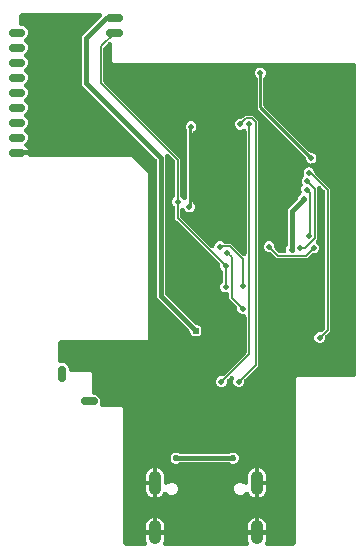
<source format=gbr>
G04 EAGLE Gerber RS-274X export*
G75*
%MOMM*%
%FSLAX34Y34*%
%LPD*%
%INBottom Copper*%
%IPPOS*%
%AMOC8*
5,1,8,0,0,1.08239X$1,22.5*%
G01*
%ADD10C,0.711200*%
%ADD11C,1.000000*%
%ADD12C,0.503200*%
%ADD13C,0.152400*%
%ADD14C,0.528600*%
%ADD15C,0.406400*%
%ADD16C,0.604800*%
%ADD17C,0.228600*%

G36*
X240321Y-10698D02*
X240321Y-10698D01*
X240334Y-10699D01*
X240521Y-10678D01*
X240708Y-10659D01*
X240721Y-10655D01*
X240734Y-10654D01*
X240913Y-10596D01*
X241093Y-10541D01*
X241105Y-10535D01*
X241117Y-10531D01*
X241281Y-10439D01*
X241447Y-10349D01*
X241457Y-10341D01*
X241469Y-10334D01*
X241612Y-10212D01*
X241756Y-10092D01*
X241764Y-10081D01*
X241775Y-10073D01*
X241891Y-9924D01*
X242008Y-9778D01*
X242015Y-9766D01*
X242023Y-9756D01*
X242108Y-9586D01*
X242194Y-9421D01*
X242198Y-9408D01*
X242204Y-9396D01*
X242253Y-9214D01*
X242305Y-9034D01*
X242306Y-9020D01*
X242310Y-9007D01*
X242323Y-8821D01*
X242338Y-8632D01*
X242337Y-8619D01*
X242338Y-8606D01*
X242313Y-8420D01*
X242291Y-8233D01*
X242287Y-8220D01*
X242285Y-8207D01*
X242184Y-7891D01*
X241649Y-6599D01*
X241359Y-5143D01*
X241359Y-1431D01*
X248900Y-1431D01*
X256441Y-1431D01*
X256441Y-5143D01*
X256151Y-6599D01*
X255616Y-7891D01*
X255612Y-7904D01*
X255606Y-7915D01*
X255554Y-8096D01*
X255500Y-8276D01*
X255498Y-8289D01*
X255495Y-8302D01*
X255479Y-8491D01*
X255462Y-8677D01*
X255463Y-8690D01*
X255462Y-8704D01*
X255484Y-8891D01*
X255503Y-9077D01*
X255507Y-9090D01*
X255509Y-9103D01*
X255567Y-9282D01*
X255623Y-9462D01*
X255629Y-9473D01*
X255634Y-9486D01*
X255726Y-9650D01*
X255816Y-9815D01*
X255825Y-9825D01*
X255831Y-9837D01*
X255954Y-9979D01*
X256075Y-10123D01*
X256086Y-10131D01*
X256095Y-10142D01*
X256243Y-10256D01*
X256390Y-10374D01*
X256402Y-10380D01*
X256413Y-10388D01*
X256581Y-10472D01*
X256748Y-10558D01*
X256761Y-10562D01*
X256773Y-10568D01*
X256955Y-10617D01*
X257136Y-10668D01*
X257149Y-10669D01*
X257162Y-10672D01*
X257493Y-10699D01*
X326707Y-10699D01*
X326721Y-10698D01*
X326734Y-10699D01*
X326921Y-10678D01*
X327108Y-10659D01*
X327121Y-10655D01*
X327134Y-10654D01*
X327313Y-10596D01*
X327493Y-10541D01*
X327505Y-10535D01*
X327517Y-10531D01*
X327681Y-10439D01*
X327847Y-10349D01*
X327857Y-10341D01*
X327869Y-10334D01*
X328012Y-10212D01*
X328156Y-10092D01*
X328164Y-10081D01*
X328175Y-10073D01*
X328291Y-9924D01*
X328408Y-9778D01*
X328415Y-9766D01*
X328423Y-9756D01*
X328508Y-9586D01*
X328594Y-9421D01*
X328598Y-9408D01*
X328604Y-9396D01*
X328653Y-9214D01*
X328705Y-9034D01*
X328706Y-9020D01*
X328710Y-9007D01*
X328723Y-8821D01*
X328738Y-8632D01*
X328737Y-8619D01*
X328738Y-8606D01*
X328713Y-8420D01*
X328691Y-8233D01*
X328687Y-8220D01*
X328685Y-8207D01*
X328584Y-7891D01*
X328049Y-6599D01*
X327759Y-5143D01*
X327759Y-1431D01*
X335300Y-1431D01*
X342841Y-1431D01*
X342841Y-5143D01*
X342551Y-6599D01*
X342016Y-7891D01*
X342012Y-7904D01*
X342006Y-7915D01*
X341954Y-8096D01*
X341900Y-8276D01*
X341898Y-8289D01*
X341895Y-8302D01*
X341879Y-8491D01*
X341862Y-8677D01*
X341863Y-8690D01*
X341862Y-8704D01*
X341884Y-8891D01*
X341903Y-9077D01*
X341907Y-9090D01*
X341909Y-9103D01*
X341967Y-9282D01*
X342023Y-9462D01*
X342029Y-9473D01*
X342034Y-9486D01*
X342126Y-9650D01*
X342216Y-9815D01*
X342225Y-9825D01*
X342231Y-9837D01*
X342354Y-9979D01*
X342475Y-10123D01*
X342486Y-10131D01*
X342495Y-10142D01*
X342643Y-10256D01*
X342790Y-10374D01*
X342802Y-10380D01*
X342813Y-10388D01*
X342981Y-10472D01*
X343148Y-10558D01*
X343161Y-10562D01*
X343173Y-10568D01*
X343355Y-10617D01*
X343536Y-10668D01*
X343549Y-10669D01*
X343562Y-10672D01*
X343893Y-10699D01*
X365968Y-10699D01*
X365986Y-10697D01*
X366004Y-10699D01*
X366186Y-10678D01*
X366369Y-10659D01*
X366386Y-10654D01*
X366403Y-10652D01*
X366578Y-10595D01*
X366754Y-10541D01*
X366769Y-10533D01*
X366786Y-10527D01*
X366946Y-10437D01*
X367108Y-10349D01*
X367121Y-10338D01*
X367137Y-10329D01*
X367276Y-10209D01*
X367417Y-10092D01*
X367428Y-10078D01*
X367442Y-10066D01*
X367554Y-9921D01*
X367669Y-9778D01*
X367677Y-9762D01*
X367688Y-9748D01*
X367770Y-9583D01*
X367855Y-9421D01*
X367860Y-9404D01*
X367868Y-9388D01*
X367915Y-9209D01*
X367966Y-9034D01*
X367968Y-9016D01*
X367972Y-8999D01*
X367999Y-8668D01*
X367999Y130829D01*
X369171Y132001D01*
X416758Y132001D01*
X416776Y132003D01*
X416794Y132001D01*
X416976Y132022D01*
X417159Y132041D01*
X417176Y132046D01*
X417193Y132048D01*
X417368Y132105D01*
X417544Y132159D01*
X417559Y132167D01*
X417576Y132173D01*
X417736Y132263D01*
X417898Y132351D01*
X417911Y132362D01*
X417927Y132371D01*
X418066Y132491D01*
X418207Y132608D01*
X418218Y132622D01*
X418232Y132634D01*
X418344Y132779D01*
X418459Y132922D01*
X418467Y132938D01*
X418478Y132952D01*
X418560Y133117D01*
X418645Y133279D01*
X418650Y133296D01*
X418658Y133312D01*
X418705Y133491D01*
X418756Y133666D01*
X418758Y133684D01*
X418762Y133701D01*
X418789Y134032D01*
X418789Y396222D01*
X418787Y396240D01*
X418789Y396258D01*
X418768Y396440D01*
X418749Y396623D01*
X418744Y396640D01*
X418742Y396657D01*
X418685Y396832D01*
X418631Y397008D01*
X418623Y397023D01*
X418617Y397040D01*
X418527Y397200D01*
X418439Y397362D01*
X418428Y397375D01*
X418419Y397391D01*
X418299Y397530D01*
X418182Y397671D01*
X418168Y397682D01*
X418156Y397696D01*
X418011Y397808D01*
X417868Y397923D01*
X417852Y397931D01*
X417838Y397942D01*
X417673Y398024D01*
X417511Y398109D01*
X417494Y398114D01*
X417478Y398122D01*
X417299Y398169D01*
X417124Y398220D01*
X417106Y398222D01*
X417089Y398226D01*
X416758Y398253D01*
X213743Y398253D01*
X212571Y399425D01*
X212571Y413727D01*
X212570Y413736D01*
X212571Y413744D01*
X212550Y413936D01*
X212531Y414127D01*
X212529Y414136D01*
X212528Y414145D01*
X212470Y414327D01*
X212413Y414512D01*
X212409Y414520D01*
X212406Y414529D01*
X212313Y414697D01*
X212221Y414866D01*
X212216Y414873D01*
X212211Y414881D01*
X212087Y415028D01*
X211964Y415176D01*
X211957Y415181D01*
X211951Y415188D01*
X211800Y415307D01*
X211650Y415428D01*
X211642Y415432D01*
X211635Y415438D01*
X211462Y415525D01*
X211293Y415613D01*
X211284Y415616D01*
X211276Y415620D01*
X211090Y415672D01*
X210906Y415725D01*
X210897Y415725D01*
X210888Y415728D01*
X210695Y415742D01*
X210504Y415758D01*
X210496Y415757D01*
X210487Y415757D01*
X210294Y415733D01*
X210105Y415711D01*
X210096Y415708D01*
X210087Y415707D01*
X209904Y415645D01*
X209722Y415586D01*
X209714Y415581D01*
X209706Y415579D01*
X209539Y415483D01*
X209371Y415388D01*
X209364Y415382D01*
X209357Y415378D01*
X209104Y415163D01*
X205828Y411887D01*
X205811Y411866D01*
X205790Y411849D01*
X205684Y411711D01*
X205573Y411575D01*
X205560Y411552D01*
X205544Y411531D01*
X205466Y411374D01*
X205384Y411220D01*
X205376Y411194D01*
X205364Y411170D01*
X205319Y411001D01*
X205269Y410834D01*
X205267Y410807D01*
X205260Y410781D01*
X205233Y410451D01*
X205233Y382683D01*
X205235Y382657D01*
X205233Y382630D01*
X205255Y382456D01*
X205273Y382283D01*
X205280Y382257D01*
X205284Y382231D01*
X205339Y382065D01*
X205391Y381898D01*
X205404Y381874D01*
X205412Y381849D01*
X205499Y381697D01*
X205583Y381544D01*
X205600Y381523D01*
X205613Y381500D01*
X205828Y381247D01*
X270003Y317072D01*
X270003Y285866D01*
X270005Y285840D01*
X270003Y285813D01*
X270025Y285639D01*
X270043Y285466D01*
X270050Y285440D01*
X270054Y285414D01*
X270109Y285248D01*
X270161Y285081D01*
X270174Y285057D01*
X270182Y285032D01*
X270269Y284880D01*
X270353Y284727D01*
X270368Y284708D01*
X270376Y284694D01*
X270378Y284692D01*
X270383Y284683D01*
X270598Y284430D01*
X271799Y283229D01*
X271808Y283206D01*
X271810Y283202D01*
X271812Y283198D01*
X271906Y283025D01*
X271999Y282851D01*
X272001Y282848D01*
X272004Y282844D01*
X272130Y282692D01*
X272255Y282541D01*
X272258Y282538D01*
X272261Y282535D01*
X272413Y282412D01*
X272568Y282287D01*
X272572Y282285D01*
X272575Y282282D01*
X272747Y282193D01*
X272924Y282100D01*
X272929Y282099D01*
X272932Y282097D01*
X273121Y282042D01*
X273310Y281987D01*
X273315Y281987D01*
X273319Y281985D01*
X273519Y281969D01*
X273712Y281952D01*
X273716Y281953D01*
X273721Y281952D01*
X273917Y281975D01*
X274112Y281997D01*
X274116Y281999D01*
X274120Y281999D01*
X274307Y282060D01*
X274495Y282121D01*
X274499Y282123D01*
X274503Y282124D01*
X274674Y282220D01*
X274846Y282317D01*
X274850Y282320D01*
X274854Y282322D01*
X275003Y282451D01*
X275152Y282579D01*
X275155Y282582D01*
X275159Y282585D01*
X275281Y282743D01*
X275401Y282896D01*
X275403Y282900D01*
X275405Y282903D01*
X275493Y283081D01*
X275581Y283256D01*
X275583Y283260D01*
X275585Y283264D01*
X275637Y283459D01*
X275688Y283644D01*
X275688Y283648D01*
X275689Y283653D01*
X275716Y283983D01*
X275716Y340856D01*
X275713Y340887D01*
X275715Y340919D01*
X275693Y341088D01*
X275676Y341257D01*
X275667Y341287D01*
X275663Y341318D01*
X275562Y341634D01*
X274883Y343272D01*
X274883Y345068D01*
X275571Y346729D01*
X276841Y347999D01*
X278502Y348687D01*
X280298Y348687D01*
X281959Y347999D01*
X283229Y346729D01*
X283917Y345068D01*
X283917Y343272D01*
X283229Y341611D01*
X281959Y340341D01*
X281798Y340274D01*
X281778Y340264D01*
X281757Y340257D01*
X281601Y340169D01*
X281443Y340084D01*
X281426Y340070D01*
X281406Y340059D01*
X281271Y339942D01*
X281132Y339828D01*
X281118Y339810D01*
X281101Y339796D01*
X280992Y339654D01*
X280879Y339515D01*
X280868Y339495D01*
X280855Y339478D01*
X280775Y339317D01*
X280692Y339159D01*
X280685Y339137D01*
X280675Y339117D01*
X280629Y338943D01*
X280579Y338772D01*
X280577Y338750D01*
X280571Y338728D01*
X280544Y338398D01*
X280544Y280757D01*
X280546Y280731D01*
X280544Y280704D01*
X280566Y280530D01*
X280584Y280357D01*
X280591Y280331D01*
X280595Y280305D01*
X280650Y280139D01*
X280702Y279972D01*
X280715Y279948D01*
X280723Y279923D01*
X280810Y279771D01*
X280894Y279618D01*
X280911Y279597D01*
X280924Y279574D01*
X281139Y279321D01*
X281879Y278581D01*
X282567Y276920D01*
X282567Y275124D01*
X281879Y273463D01*
X280609Y272193D01*
X278948Y271505D01*
X277152Y271505D01*
X275491Y272193D01*
X274221Y273463D01*
X273911Y274213D01*
X273909Y274217D01*
X273907Y274221D01*
X273814Y274394D01*
X273720Y274567D01*
X273718Y274571D01*
X273715Y274575D01*
X273590Y274725D01*
X273464Y274878D01*
X273461Y274881D01*
X273458Y274884D01*
X273307Y275006D01*
X273151Y275132D01*
X273147Y275134D01*
X273144Y275136D01*
X272972Y275226D01*
X272795Y275319D01*
X272791Y275320D01*
X272787Y275322D01*
X272599Y275376D01*
X272408Y275432D01*
X272404Y275432D01*
X272400Y275433D01*
X272202Y275450D01*
X272007Y275466D01*
X272003Y275466D01*
X271998Y275466D01*
X271803Y275443D01*
X271607Y275421D01*
X271603Y275420D01*
X271599Y275419D01*
X271411Y275358D01*
X271224Y275298D01*
X271220Y275296D01*
X271216Y275294D01*
X271043Y275197D01*
X270872Y275102D01*
X270869Y275099D01*
X270865Y275097D01*
X270717Y274968D01*
X270567Y274840D01*
X270564Y274836D01*
X270560Y274833D01*
X270440Y274679D01*
X270318Y274523D01*
X270316Y274519D01*
X270314Y274515D01*
X270226Y274339D01*
X270138Y274163D01*
X270136Y274159D01*
X270134Y274155D01*
X270083Y273964D01*
X270031Y273775D01*
X270031Y273770D01*
X270030Y273766D01*
X270003Y273435D01*
X270003Y268383D01*
X270005Y268357D01*
X270003Y268330D01*
X270025Y268156D01*
X270043Y267983D01*
X270050Y267957D01*
X270054Y267931D01*
X270109Y267765D01*
X270161Y267598D01*
X270174Y267574D01*
X270182Y267549D01*
X270269Y267397D01*
X270353Y267244D01*
X270370Y267223D01*
X270383Y267200D01*
X270598Y266947D01*
X295804Y241741D01*
X295811Y241735D01*
X295816Y241728D01*
X295966Y241608D01*
X296115Y241486D01*
X296123Y241482D01*
X296130Y241476D01*
X296301Y241387D01*
X296471Y241297D01*
X296479Y241295D01*
X296487Y241291D01*
X296673Y241237D01*
X296857Y241183D01*
X296866Y241182D01*
X296874Y241179D01*
X297066Y241164D01*
X297258Y241146D01*
X297267Y241147D01*
X297276Y241146D01*
X297465Y241169D01*
X297658Y241190D01*
X297667Y241192D01*
X297675Y241193D01*
X297857Y241253D01*
X298042Y241311D01*
X298050Y241315D01*
X298058Y241318D01*
X298227Y241413D01*
X298394Y241506D01*
X298401Y241512D01*
X298409Y241516D01*
X298555Y241642D01*
X298701Y241766D01*
X298707Y241773D01*
X298714Y241779D01*
X298831Y241931D01*
X298951Y242082D01*
X298955Y242090D01*
X298960Y242097D01*
X299046Y242269D01*
X299133Y242441D01*
X299136Y242450D01*
X299140Y242458D01*
X299190Y242644D01*
X299241Y242829D01*
X299242Y242838D01*
X299244Y242847D01*
X299271Y243177D01*
X299271Y243468D01*
X299959Y245129D01*
X301229Y246399D01*
X302890Y247087D01*
X304686Y247087D01*
X306347Y246399D01*
X307350Y245396D01*
X307371Y245379D01*
X307388Y245358D01*
X307526Y245251D01*
X307661Y245141D01*
X307685Y245128D01*
X307706Y245112D01*
X307863Y245034D01*
X308017Y244952D01*
X308043Y244944D01*
X308067Y244932D01*
X308236Y244887D01*
X308403Y244837D01*
X308430Y244835D01*
X308456Y244828D01*
X308786Y244801D01*
X312908Y244801D01*
X314694Y243015D01*
X322907Y234802D01*
X322914Y234797D01*
X322919Y234790D01*
X323069Y234669D01*
X323218Y234547D01*
X323226Y234543D01*
X323233Y234537D01*
X323403Y234449D01*
X323574Y234359D01*
X323583Y234356D01*
X323590Y234352D01*
X323775Y234299D01*
X323960Y234244D01*
X323969Y234243D01*
X323977Y234240D01*
X324169Y234225D01*
X324361Y234207D01*
X324370Y234208D01*
X324379Y234208D01*
X324568Y234230D01*
X324761Y234251D01*
X324770Y234253D01*
X324778Y234255D01*
X324960Y234314D01*
X325145Y234372D01*
X325153Y234377D01*
X325161Y234379D01*
X325330Y234474D01*
X325497Y234567D01*
X325504Y234573D01*
X325512Y234577D01*
X325658Y234703D01*
X325804Y234828D01*
X325810Y234835D01*
X325817Y234840D01*
X325934Y234992D01*
X326054Y235144D01*
X326058Y235152D01*
X326063Y235159D01*
X326149Y235331D01*
X326236Y235502D01*
X326239Y235511D01*
X326243Y235519D01*
X326293Y235706D01*
X326344Y235890D01*
X326345Y235899D01*
X326347Y235908D01*
X326374Y236239D01*
X326374Y340463D01*
X326373Y340477D01*
X326374Y340490D01*
X326353Y340676D01*
X326334Y340864D01*
X326330Y340877D01*
X326329Y340890D01*
X326271Y341069D01*
X326216Y341249D01*
X326210Y341261D01*
X326206Y341274D01*
X326114Y341438D01*
X326024Y341603D01*
X326016Y341613D01*
X326009Y341625D01*
X325887Y341768D01*
X325767Y341912D01*
X325756Y341921D01*
X325748Y341931D01*
X325599Y342047D01*
X325453Y342165D01*
X325441Y342171D01*
X325431Y342179D01*
X325262Y342264D01*
X325096Y342350D01*
X325083Y342354D01*
X325071Y342360D01*
X324890Y342409D01*
X324709Y342462D01*
X324695Y342463D01*
X324682Y342466D01*
X324494Y342479D01*
X324307Y342494D01*
X324294Y342493D01*
X324281Y342494D01*
X324093Y342469D01*
X323908Y342447D01*
X323895Y342443D01*
X323882Y342442D01*
X323566Y342340D01*
X321813Y341614D01*
X320017Y341614D01*
X318356Y342302D01*
X317086Y343572D01*
X316398Y345233D01*
X316398Y347029D01*
X317086Y348690D01*
X318356Y349960D01*
X320017Y350648D01*
X321771Y350648D01*
X321798Y350650D01*
X321824Y350648D01*
X321998Y350670D01*
X322172Y350688D01*
X322197Y350695D01*
X322224Y350699D01*
X322390Y350754D01*
X322557Y350806D01*
X322580Y350819D01*
X322606Y350827D01*
X322757Y350914D01*
X322911Y350998D01*
X322931Y351015D01*
X322954Y351028D01*
X323207Y351243D01*
X325379Y353414D01*
X331435Y353414D01*
X336043Y348806D01*
X336043Y141778D01*
X324772Y130507D01*
X324755Y130486D01*
X324734Y130469D01*
X324627Y130331D01*
X324517Y130195D01*
X324504Y130172D01*
X324488Y130151D01*
X324410Y129994D01*
X324328Y129840D01*
X324320Y129814D01*
X324308Y129790D01*
X324263Y129621D01*
X324213Y129454D01*
X324211Y129427D01*
X324204Y129401D01*
X324177Y129071D01*
X324177Y127372D01*
X323489Y125711D01*
X322219Y124441D01*
X320558Y123753D01*
X318762Y123753D01*
X317101Y124441D01*
X315831Y125711D01*
X315143Y127372D01*
X315143Y129168D01*
X315612Y130301D01*
X315614Y130305D01*
X315616Y130309D01*
X315672Y130498D01*
X315729Y130687D01*
X315729Y130691D01*
X315731Y130695D01*
X315749Y130893D01*
X315767Y131087D01*
X315767Y131092D01*
X315767Y131096D01*
X315746Y131292D01*
X315725Y131488D01*
X315724Y131492D01*
X315724Y131497D01*
X315665Y131681D01*
X315606Y131872D01*
X315603Y131876D01*
X315602Y131880D01*
X315509Y132048D01*
X315412Y132225D01*
X315409Y132229D01*
X315407Y132233D01*
X315281Y132382D01*
X315153Y132534D01*
X315150Y132536D01*
X315147Y132540D01*
X314993Y132662D01*
X314838Y132785D01*
X314834Y132787D01*
X314831Y132789D01*
X314657Y132878D01*
X314480Y132968D01*
X314476Y132970D01*
X314472Y132972D01*
X314281Y133025D01*
X314093Y133078D01*
X314088Y133079D01*
X314084Y133080D01*
X313883Y133094D01*
X313691Y133109D01*
X313687Y133109D01*
X313683Y133109D01*
X313484Y133084D01*
X313292Y133061D01*
X313288Y133059D01*
X313283Y133059D01*
X313098Y132997D01*
X312910Y132934D01*
X312906Y132932D01*
X312901Y132930D01*
X312734Y132834D01*
X312560Y132735D01*
X312556Y132732D01*
X312553Y132730D01*
X312300Y132515D01*
X310292Y130507D01*
X310275Y130486D01*
X310254Y130469D01*
X310148Y130331D01*
X310037Y130195D01*
X310024Y130172D01*
X310008Y130151D01*
X309930Y129994D01*
X309848Y129840D01*
X309840Y129814D01*
X309828Y129790D01*
X309783Y129621D01*
X309733Y129454D01*
X309731Y129427D01*
X309724Y129401D01*
X309697Y129071D01*
X309697Y127372D01*
X309009Y125711D01*
X307739Y124441D01*
X306078Y123753D01*
X304282Y123753D01*
X302621Y124441D01*
X301351Y125711D01*
X300663Y127372D01*
X300663Y129168D01*
X301351Y130829D01*
X302621Y132099D01*
X304282Y132787D01*
X305981Y132787D01*
X306007Y132789D01*
X306034Y132787D01*
X306208Y132809D01*
X306381Y132827D01*
X306407Y132834D01*
X306433Y132838D01*
X306599Y132893D01*
X306766Y132945D01*
X306790Y132958D01*
X306815Y132966D01*
X306967Y133053D01*
X307120Y133137D01*
X307141Y133154D01*
X307164Y133167D01*
X307417Y133382D01*
X325779Y151744D01*
X325796Y151765D01*
X325817Y151782D01*
X325924Y151920D01*
X326034Y152056D01*
X326047Y152079D01*
X326063Y152100D01*
X326141Y152257D01*
X326223Y152411D01*
X326231Y152437D01*
X326243Y152461D01*
X326288Y152630D01*
X326338Y152797D01*
X326340Y152824D01*
X326347Y152850D01*
X326374Y153180D01*
X326374Y183174D01*
X326372Y183192D01*
X326374Y183210D01*
X326353Y183392D01*
X326334Y183575D01*
X326329Y183592D01*
X326327Y183609D01*
X326270Y183784D01*
X326216Y183960D01*
X326208Y183975D01*
X326202Y183992D01*
X326112Y184152D01*
X326024Y184314D01*
X326013Y184327D01*
X326004Y184343D01*
X325884Y184482D01*
X325767Y184623D01*
X325753Y184634D01*
X325741Y184648D01*
X325596Y184760D01*
X325453Y184875D01*
X325437Y184883D01*
X325423Y184894D01*
X325258Y184976D01*
X325096Y185061D01*
X325079Y185066D01*
X325063Y185074D01*
X324884Y185121D01*
X324709Y185172D01*
X324691Y185174D01*
X324674Y185178D01*
X324343Y185205D01*
X322231Y185205D01*
X320570Y185893D01*
X319300Y187163D01*
X318612Y188824D01*
X318612Y190523D01*
X318610Y190549D01*
X318612Y190576D01*
X318590Y190750D01*
X318572Y190923D01*
X318565Y190949D01*
X318561Y190975D01*
X318506Y191141D01*
X318454Y191308D01*
X318441Y191332D01*
X318433Y191357D01*
X318346Y191509D01*
X318262Y191662D01*
X318245Y191683D01*
X318232Y191706D01*
X318017Y191959D01*
X311855Y198121D01*
X311855Y201732D01*
X311853Y201750D01*
X311855Y201768D01*
X311834Y201950D01*
X311815Y202133D01*
X311810Y202150D01*
X311808Y202167D01*
X311751Y202342D01*
X311697Y202518D01*
X311689Y202533D01*
X311683Y202550D01*
X311593Y202710D01*
X311505Y202872D01*
X311494Y202885D01*
X311485Y202901D01*
X311365Y203040D01*
X311248Y203181D01*
X311234Y203192D01*
X311222Y203206D01*
X311077Y203318D01*
X310934Y203433D01*
X310918Y203441D01*
X310904Y203452D01*
X310739Y203534D01*
X310577Y203619D01*
X310560Y203624D01*
X310544Y203632D01*
X310365Y203679D01*
X310190Y203730D01*
X310172Y203732D01*
X310155Y203736D01*
X309824Y203763D01*
X307712Y203763D01*
X306051Y204451D01*
X304781Y205721D01*
X304093Y207382D01*
X304093Y209178D01*
X304781Y210839D01*
X305982Y212040D01*
X305999Y212061D01*
X306020Y212078D01*
X306127Y212216D01*
X306237Y212351D01*
X306250Y212375D01*
X306266Y212396D01*
X306344Y212553D01*
X306426Y212707D01*
X306434Y212733D01*
X306446Y212757D01*
X306491Y212926D01*
X306541Y213093D01*
X306543Y213120D01*
X306550Y213146D01*
X306577Y213476D01*
X306577Y220864D01*
X306576Y220881D01*
X306577Y220899D01*
X306576Y220908D01*
X306577Y220917D01*
X306555Y221091D01*
X306537Y221264D01*
X306532Y221282D01*
X306530Y221299D01*
X306527Y221307D01*
X306526Y221316D01*
X306471Y221482D01*
X306419Y221649D01*
X306410Y221666D01*
X306405Y221681D01*
X306401Y221689D01*
X306398Y221698D01*
X306311Y221850D01*
X306227Y222003D01*
X306215Y222018D01*
X306207Y222032D01*
X306202Y222038D01*
X306197Y222047D01*
X305982Y222300D01*
X304781Y223501D01*
X304093Y225162D01*
X304093Y226861D01*
X304091Y226887D01*
X304093Y226914D01*
X304071Y227088D01*
X304053Y227261D01*
X304046Y227287D01*
X304042Y227313D01*
X303987Y227479D01*
X303935Y227646D01*
X303922Y227670D01*
X303914Y227695D01*
X303827Y227847D01*
X303743Y228000D01*
X303726Y228021D01*
X303713Y228044D01*
X303498Y228297D01*
X267723Y264072D01*
X265937Y265858D01*
X265937Y275474D01*
X265935Y275500D01*
X265937Y275527D01*
X265915Y275701D01*
X265897Y275874D01*
X265890Y275900D01*
X265886Y275926D01*
X265831Y276092D01*
X265779Y276259D01*
X265766Y276283D01*
X265758Y276308D01*
X265671Y276460D01*
X265587Y276613D01*
X265570Y276634D01*
X265557Y276657D01*
X265342Y276910D01*
X264141Y278111D01*
X263453Y279772D01*
X263453Y281568D01*
X264141Y283229D01*
X265342Y284430D01*
X265347Y284435D01*
X265352Y284440D01*
X265364Y284455D01*
X265380Y284468D01*
X265487Y284606D01*
X265597Y284741D01*
X265603Y284751D01*
X265604Y284753D01*
X265611Y284767D01*
X265626Y284786D01*
X265704Y284943D01*
X265786Y285097D01*
X265794Y285123D01*
X265806Y285147D01*
X265851Y285316D01*
X265901Y285483D01*
X265903Y285510D01*
X265910Y285536D01*
X265937Y285866D01*
X265937Y314547D01*
X265935Y314573D01*
X265937Y314600D01*
X265915Y314774D01*
X265897Y314947D01*
X265890Y314973D01*
X265886Y314999D01*
X265831Y315165D01*
X265779Y315332D01*
X265766Y315356D01*
X265758Y315381D01*
X265671Y315532D01*
X265587Y315686D01*
X265570Y315707D01*
X265557Y315730D01*
X265342Y315983D01*
X260770Y320555D01*
X260763Y320561D01*
X260758Y320568D01*
X260608Y320688D01*
X260459Y320810D01*
X260451Y320814D01*
X260444Y320820D01*
X260274Y320908D01*
X260103Y320999D01*
X260094Y321001D01*
X260087Y321005D01*
X259902Y321059D01*
X259717Y321113D01*
X259708Y321114D01*
X259700Y321117D01*
X259508Y321132D01*
X259316Y321150D01*
X259307Y321149D01*
X259298Y321150D01*
X259109Y321127D01*
X258916Y321106D01*
X258907Y321104D01*
X258899Y321103D01*
X258717Y321043D01*
X258532Y320985D01*
X258524Y320981D01*
X258516Y320978D01*
X258347Y320883D01*
X258180Y320790D01*
X258173Y320784D01*
X258165Y320780D01*
X258019Y320654D01*
X257873Y320530D01*
X257867Y320523D01*
X257860Y320517D01*
X257743Y320365D01*
X257623Y320214D01*
X257619Y320206D01*
X257614Y320199D01*
X257528Y320027D01*
X257441Y319855D01*
X257438Y319846D01*
X257434Y319838D01*
X257384Y319652D01*
X257333Y319467D01*
X257332Y319458D01*
X257330Y319449D01*
X257303Y319119D01*
X257303Y202869D01*
X257305Y202843D01*
X257303Y202816D01*
X257325Y202642D01*
X257343Y202469D01*
X257350Y202443D01*
X257354Y202417D01*
X257409Y202251D01*
X257461Y202084D01*
X257474Y202060D01*
X257482Y202035D01*
X257569Y201883D01*
X257653Y201730D01*
X257670Y201709D01*
X257683Y201686D01*
X257898Y201433D01*
X282261Y177070D01*
X282282Y177053D01*
X282299Y177032D01*
X282437Y176925D01*
X282573Y176815D01*
X282596Y176802D01*
X282617Y176786D01*
X282774Y176708D01*
X282928Y176626D01*
X282954Y176618D01*
X282978Y176606D01*
X283147Y176561D01*
X283314Y176511D01*
X283341Y176509D01*
X283367Y176502D01*
X283697Y176475D01*
X284209Y176475D01*
X286056Y175710D01*
X287470Y174296D01*
X288235Y172449D01*
X288235Y170451D01*
X287470Y168604D01*
X286056Y167190D01*
X284209Y166425D01*
X282211Y166425D01*
X280364Y167190D01*
X278950Y168604D01*
X278185Y170451D01*
X278185Y170963D01*
X278183Y170989D01*
X278185Y171016D01*
X278163Y171190D01*
X278145Y171363D01*
X278138Y171389D01*
X278134Y171415D01*
X278079Y171581D01*
X278027Y171748D01*
X278014Y171772D01*
X278006Y171797D01*
X277919Y171949D01*
X277835Y172102D01*
X277818Y172123D01*
X277805Y172146D01*
X277590Y172399D01*
X250697Y199292D01*
X250697Y315291D01*
X250695Y315317D01*
X250697Y315344D01*
X250675Y315518D01*
X250657Y315691D01*
X250650Y315717D01*
X250646Y315743D01*
X250591Y315909D01*
X250539Y316076D01*
X250526Y316100D01*
X250518Y316125D01*
X250431Y316277D01*
X250347Y316430D01*
X250330Y316451D01*
X250317Y316474D01*
X250102Y316727D01*
X187197Y379632D01*
X187197Y420468D01*
X203481Y436752D01*
X203487Y436759D01*
X203493Y436764D01*
X203614Y436914D01*
X203736Y437063D01*
X203740Y437071D01*
X203746Y437078D01*
X203834Y437248D01*
X203925Y437419D01*
X203927Y437428D01*
X203931Y437435D01*
X203984Y437620D01*
X204039Y437805D01*
X204040Y437814D01*
X204043Y437822D01*
X204058Y438014D01*
X204076Y438206D01*
X204075Y438215D01*
X204076Y438224D01*
X204053Y438413D01*
X204032Y438606D01*
X204030Y438615D01*
X204029Y438623D01*
X203969Y438805D01*
X203911Y438990D01*
X203907Y438998D01*
X203904Y439006D01*
X203809Y439175D01*
X203716Y439342D01*
X203710Y439349D01*
X203706Y439357D01*
X203580Y439503D01*
X203456Y439649D01*
X203449Y439655D01*
X203443Y439662D01*
X203291Y439779D01*
X203140Y439899D01*
X203132Y439903D01*
X203125Y439908D01*
X202953Y439994D01*
X202781Y440081D01*
X202772Y440084D01*
X202764Y440088D01*
X202578Y440138D01*
X202393Y440189D01*
X202384Y440190D01*
X202375Y440192D01*
X202045Y440219D01*
X136064Y440219D01*
X136046Y440217D01*
X136028Y440219D01*
X135846Y440198D01*
X135663Y440179D01*
X135646Y440174D01*
X135629Y440172D01*
X135454Y440115D01*
X135278Y440061D01*
X135263Y440053D01*
X135246Y440047D01*
X135086Y439957D01*
X134924Y439869D01*
X134911Y439858D01*
X134895Y439849D01*
X134756Y439729D01*
X134615Y439612D01*
X134604Y439598D01*
X134590Y439586D01*
X134478Y439441D01*
X134363Y439298D01*
X134355Y439282D01*
X134344Y439268D01*
X134262Y439103D01*
X134177Y438941D01*
X134172Y438924D01*
X134164Y438908D01*
X134117Y438729D01*
X134066Y438554D01*
X134064Y438536D01*
X134060Y438519D01*
X134033Y438188D01*
X134033Y431188D01*
X134035Y431170D01*
X134033Y431152D01*
X134054Y430970D01*
X134073Y430787D01*
X134078Y430770D01*
X134080Y430753D01*
X134137Y430578D01*
X134191Y430402D01*
X134199Y430387D01*
X134205Y430370D01*
X134295Y430210D01*
X134383Y430048D01*
X134394Y430035D01*
X134403Y430019D01*
X134523Y429880D01*
X134640Y429739D01*
X134654Y429728D01*
X134666Y429714D01*
X134811Y429602D01*
X134954Y429487D01*
X134970Y429479D01*
X134984Y429468D01*
X135149Y429386D01*
X135311Y429301D01*
X135328Y429296D01*
X135344Y429288D01*
X135523Y429241D01*
X135698Y429190D01*
X135716Y429188D01*
X135733Y429184D01*
X136064Y429157D01*
X136777Y429157D01*
X138820Y428311D01*
X140383Y426748D01*
X141229Y424705D01*
X141229Y422495D01*
X140383Y420452D01*
X138617Y418686D01*
X138605Y418673D01*
X138592Y418661D01*
X138478Y418517D01*
X138362Y418375D01*
X138353Y418359D01*
X138342Y418345D01*
X138259Y418181D01*
X138173Y418019D01*
X138168Y418002D01*
X138160Y417986D01*
X138111Y417809D01*
X138058Y417633D01*
X138057Y417615D01*
X138052Y417598D01*
X138038Y417415D01*
X138022Y417232D01*
X138024Y417214D01*
X138022Y417197D01*
X138045Y417015D01*
X138065Y416832D01*
X138071Y416815D01*
X138073Y416797D01*
X138131Y416624D01*
X138187Y416448D01*
X138195Y416432D01*
X138201Y416416D01*
X138293Y416257D01*
X138382Y416096D01*
X138393Y416082D01*
X138402Y416067D01*
X138617Y415814D01*
X140383Y414048D01*
X141229Y412005D01*
X141229Y409795D01*
X140383Y407752D01*
X138617Y405986D01*
X138605Y405973D01*
X138592Y405961D01*
X138478Y405817D01*
X138362Y405675D01*
X138353Y405659D01*
X138342Y405645D01*
X138259Y405481D01*
X138173Y405319D01*
X138168Y405302D01*
X138160Y405286D01*
X138111Y405109D01*
X138058Y404933D01*
X138057Y404915D01*
X138052Y404898D01*
X138038Y404715D01*
X138022Y404532D01*
X138024Y404514D01*
X138022Y404497D01*
X138045Y404315D01*
X138065Y404132D01*
X138071Y404115D01*
X138073Y404097D01*
X138131Y403924D01*
X138187Y403748D01*
X138195Y403732D01*
X138201Y403716D01*
X138293Y403557D01*
X138382Y403396D01*
X138393Y403382D01*
X138402Y403367D01*
X138617Y403114D01*
X140383Y401348D01*
X141229Y399305D01*
X141229Y397095D01*
X140383Y395052D01*
X138617Y393286D01*
X138605Y393273D01*
X138592Y393261D01*
X138478Y393117D01*
X138362Y392975D01*
X138353Y392959D01*
X138342Y392945D01*
X138259Y392781D01*
X138173Y392619D01*
X138168Y392602D01*
X138160Y392586D01*
X138111Y392409D01*
X138058Y392233D01*
X138057Y392215D01*
X138052Y392198D01*
X138038Y392015D01*
X138022Y391832D01*
X138024Y391814D01*
X138022Y391797D01*
X138045Y391615D01*
X138065Y391432D01*
X138071Y391415D01*
X138073Y391397D01*
X138131Y391224D01*
X138187Y391048D01*
X138195Y391032D01*
X138201Y391016D01*
X138293Y390857D01*
X138382Y390696D01*
X138393Y390682D01*
X138402Y390667D01*
X138617Y390414D01*
X140383Y388648D01*
X141229Y386605D01*
X141229Y384395D01*
X140383Y382352D01*
X138617Y380586D01*
X138605Y380573D01*
X138592Y380561D01*
X138478Y380417D01*
X138362Y380275D01*
X138353Y380259D01*
X138342Y380245D01*
X138259Y380081D01*
X138173Y379919D01*
X138168Y379902D01*
X138160Y379886D01*
X138111Y379709D01*
X138058Y379533D01*
X138057Y379515D01*
X138052Y379498D01*
X138038Y379315D01*
X138022Y379132D01*
X138024Y379114D01*
X138022Y379097D01*
X138045Y378915D01*
X138065Y378732D01*
X138071Y378715D01*
X138073Y378697D01*
X138131Y378524D01*
X138187Y378348D01*
X138195Y378332D01*
X138201Y378316D01*
X138293Y378157D01*
X138382Y377996D01*
X138393Y377982D01*
X138402Y377967D01*
X138617Y377714D01*
X140383Y375948D01*
X141229Y373905D01*
X141229Y371695D01*
X140383Y369652D01*
X138617Y367886D01*
X138605Y367873D01*
X138592Y367861D01*
X138478Y367717D01*
X138362Y367575D01*
X138353Y367559D01*
X138342Y367545D01*
X138259Y367381D01*
X138173Y367219D01*
X138168Y367202D01*
X138160Y367186D01*
X138111Y367009D01*
X138058Y366833D01*
X138057Y366815D01*
X138052Y366798D01*
X138038Y366615D01*
X138022Y366432D01*
X138024Y366414D01*
X138022Y366397D01*
X138045Y366215D01*
X138065Y366032D01*
X138071Y366015D01*
X138073Y365997D01*
X138131Y365824D01*
X138187Y365648D01*
X138195Y365632D01*
X138201Y365616D01*
X138293Y365457D01*
X138382Y365296D01*
X138393Y365282D01*
X138402Y365267D01*
X138617Y365014D01*
X140383Y363248D01*
X141229Y361205D01*
X141229Y358995D01*
X140383Y356952D01*
X138617Y355186D01*
X138605Y355173D01*
X138592Y355161D01*
X138478Y355017D01*
X138362Y354875D01*
X138353Y354859D01*
X138342Y354845D01*
X138259Y354681D01*
X138173Y354519D01*
X138168Y354502D01*
X138160Y354486D01*
X138111Y354309D01*
X138058Y354133D01*
X138057Y354115D01*
X138052Y354098D01*
X138038Y353915D01*
X138022Y353732D01*
X138024Y353714D01*
X138022Y353697D01*
X138045Y353515D01*
X138065Y353332D01*
X138071Y353315D01*
X138073Y353297D01*
X138131Y353124D01*
X138187Y352948D01*
X138195Y352932D01*
X138201Y352916D01*
X138293Y352757D01*
X138382Y352596D01*
X138393Y352582D01*
X138402Y352567D01*
X138617Y352314D01*
X140383Y350548D01*
X141229Y348505D01*
X141229Y346295D01*
X140383Y344252D01*
X138617Y342486D01*
X138605Y342473D01*
X138592Y342461D01*
X138478Y342317D01*
X138362Y342175D01*
X138353Y342159D01*
X138342Y342145D01*
X138259Y341981D01*
X138173Y341819D01*
X138168Y341802D01*
X138160Y341786D01*
X138111Y341609D01*
X138058Y341433D01*
X138057Y341415D01*
X138052Y341398D01*
X138038Y341215D01*
X138022Y341032D01*
X138024Y341014D01*
X138022Y340997D01*
X138045Y340815D01*
X138065Y340632D01*
X138071Y340615D01*
X138073Y340597D01*
X138131Y340424D01*
X138187Y340248D01*
X138195Y340232D01*
X138201Y340216D01*
X138293Y340057D01*
X138382Y339896D01*
X138393Y339882D01*
X138402Y339867D01*
X138617Y339614D01*
X140383Y337848D01*
X141229Y335805D01*
X141229Y333595D01*
X140383Y331552D01*
X138915Y330085D01*
X138905Y330073D01*
X138893Y330063D01*
X138778Y329917D01*
X138660Y329773D01*
X138653Y329760D01*
X138643Y329747D01*
X138558Y329581D01*
X138472Y329418D01*
X138467Y329403D01*
X138460Y329389D01*
X138410Y329210D01*
X138357Y329032D01*
X138355Y329016D01*
X138351Y329001D01*
X138337Y328817D01*
X138320Y328631D01*
X138322Y328615D01*
X138321Y328600D01*
X138344Y328416D01*
X138364Y328231D01*
X138369Y328216D01*
X138371Y328200D01*
X138429Y328025D01*
X138485Y327847D01*
X138493Y327833D01*
X138498Y327818D01*
X138590Y327657D01*
X138680Y327494D01*
X138690Y327482D01*
X138698Y327469D01*
X138821Y327329D01*
X138941Y327187D01*
X138953Y327178D01*
X138963Y327166D01*
X139223Y326960D01*
X139558Y326736D01*
X140408Y325886D01*
X141075Y324888D01*
X141430Y324031D01*
X136064Y324031D01*
X136046Y324030D01*
X136028Y324031D01*
X135846Y324010D01*
X135663Y323991D01*
X135646Y323986D01*
X135629Y323984D01*
X135454Y323927D01*
X135278Y323873D01*
X135263Y323865D01*
X135246Y323859D01*
X135086Y323769D01*
X134924Y323682D01*
X134911Y323670D01*
X134895Y323661D01*
X134756Y323541D01*
X134615Y323424D01*
X134604Y323410D01*
X134590Y323398D01*
X134478Y323253D01*
X134363Y323110D01*
X134355Y323094D01*
X134344Y323080D01*
X134262Y322915D01*
X134177Y322753D01*
X134172Y322736D01*
X134164Y322720D01*
X134117Y322542D01*
X134066Y322366D01*
X134064Y322348D01*
X134060Y322331D01*
X134033Y322000D01*
X134034Y321982D01*
X134033Y321965D01*
X134033Y321964D01*
X134054Y321782D01*
X134073Y321599D01*
X134078Y321582D01*
X134080Y321564D01*
X134137Y321390D01*
X134191Y321214D01*
X134199Y321199D01*
X134205Y321182D01*
X134295Y321021D01*
X134383Y320860D01*
X134394Y320847D01*
X134403Y320831D01*
X134523Y320692D01*
X134640Y320551D01*
X134654Y320540D01*
X134666Y320526D01*
X134811Y320414D01*
X134954Y320299D01*
X134970Y320290D01*
X134984Y320280D01*
X135149Y320198D01*
X135311Y320113D01*
X135328Y320108D01*
X135344Y320100D01*
X135523Y320052D01*
X135698Y320002D01*
X135716Y320000D01*
X135733Y319996D01*
X136064Y319969D01*
X141612Y319969D01*
X141623Y319857D01*
X141628Y319842D01*
X141629Y319827D01*
X141687Y319649D01*
X141742Y319472D01*
X141749Y319459D01*
X141754Y319444D01*
X141846Y319281D01*
X141935Y319119D01*
X141945Y319107D01*
X141952Y319093D01*
X142074Y318952D01*
X142193Y318810D01*
X142205Y318800D01*
X142215Y318788D01*
X142363Y318674D01*
X142507Y318558D01*
X142521Y318551D01*
X142533Y318542D01*
X142700Y318459D01*
X142865Y318374D01*
X142880Y318369D01*
X142894Y318362D01*
X143074Y318314D01*
X143252Y318263D01*
X143268Y318262D01*
X143283Y318258D01*
X143614Y318231D01*
X229429Y318231D01*
X243301Y304359D01*
X243301Y164251D01*
X242129Y163079D01*
X168952Y163079D01*
X168934Y163077D01*
X168916Y163079D01*
X168734Y163058D01*
X168551Y163039D01*
X168534Y163034D01*
X168517Y163032D01*
X168342Y162975D01*
X168166Y162921D01*
X168151Y162913D01*
X168134Y162907D01*
X167974Y162817D01*
X167812Y162729D01*
X167799Y162718D01*
X167783Y162709D01*
X167644Y162589D01*
X167503Y162472D01*
X167492Y162458D01*
X167478Y162446D01*
X167366Y162301D01*
X167251Y162158D01*
X167243Y162142D01*
X167232Y162128D01*
X167150Y161963D01*
X167065Y161801D01*
X167060Y161784D01*
X167052Y161768D01*
X167005Y161589D01*
X166954Y161414D01*
X166952Y161396D01*
X166948Y161379D01*
X166921Y161048D01*
X166921Y145588D01*
X166922Y145574D01*
X166921Y145560D01*
X166942Y145373D01*
X166961Y145187D01*
X166965Y145174D01*
X166966Y145160D01*
X167024Y144981D01*
X167079Y144802D01*
X167085Y144790D01*
X167090Y144777D01*
X167181Y144613D01*
X167271Y144448D01*
X167279Y144438D01*
X167286Y144426D01*
X167409Y144283D01*
X167528Y144139D01*
X167539Y144130D01*
X167548Y144120D01*
X167696Y144004D01*
X167842Y143887D01*
X167854Y143880D01*
X167865Y143872D01*
X168034Y143787D01*
X168199Y143701D01*
X168213Y143697D01*
X168225Y143691D01*
X168406Y143642D01*
X168586Y143590D01*
X168600Y143589D01*
X168613Y143585D01*
X168800Y143572D01*
X168988Y143557D01*
X169001Y143559D01*
X169015Y143558D01*
X169130Y143573D01*
X171605Y143573D01*
X173648Y142727D01*
X175211Y141164D01*
X176057Y139121D01*
X176057Y138444D01*
X176059Y138426D01*
X176057Y138408D01*
X176078Y138226D01*
X176097Y138043D01*
X176102Y138026D01*
X176104Y138009D01*
X176161Y137834D01*
X176215Y137658D01*
X176223Y137643D01*
X176229Y137626D01*
X176319Y137466D01*
X176407Y137304D01*
X176418Y137291D01*
X176427Y137275D01*
X176547Y137136D01*
X176664Y136995D01*
X176678Y136984D01*
X176690Y136970D01*
X176835Y136858D01*
X176978Y136743D01*
X176994Y136735D01*
X177008Y136724D01*
X177173Y136642D01*
X177335Y136557D01*
X177352Y136552D01*
X177368Y136544D01*
X177547Y136497D01*
X177722Y136446D01*
X177740Y136444D01*
X177757Y136440D01*
X178088Y136413D01*
X194225Y136413D01*
X195397Y135241D01*
X195397Y119188D01*
X195399Y119170D01*
X195397Y119152D01*
X195418Y118970D01*
X195437Y118787D01*
X195442Y118770D01*
X195444Y118753D01*
X195501Y118578D01*
X195555Y118402D01*
X195563Y118387D01*
X195569Y118370D01*
X195659Y118210D01*
X195747Y118048D01*
X195758Y118035D01*
X195767Y118019D01*
X195887Y117880D01*
X196004Y117739D01*
X196018Y117728D01*
X196030Y117714D01*
X196175Y117602D01*
X196318Y117487D01*
X196334Y117479D01*
X196348Y117468D01*
X196513Y117386D01*
X196675Y117301D01*
X196692Y117296D01*
X196708Y117288D01*
X196887Y117241D01*
X197062Y117190D01*
X197080Y117188D01*
X197097Y117184D01*
X197428Y117157D01*
X198021Y117157D01*
X200064Y116311D01*
X201627Y114748D01*
X202473Y112705D01*
X202473Y110495D01*
X202156Y109729D01*
X202152Y109716D01*
X202146Y109705D01*
X202094Y109525D01*
X202039Y109344D01*
X202038Y109331D01*
X202034Y109318D01*
X202019Y109130D01*
X202001Y108943D01*
X202002Y108930D01*
X202001Y108916D01*
X202023Y108730D01*
X202043Y108543D01*
X202047Y108530D01*
X202048Y108517D01*
X202107Y108338D01*
X202163Y108158D01*
X202169Y108147D01*
X202173Y108134D01*
X202265Y107970D01*
X202356Y107805D01*
X202365Y107795D01*
X202371Y107783D01*
X202493Y107641D01*
X202615Y107497D01*
X202625Y107489D01*
X202634Y107478D01*
X202782Y107364D01*
X202930Y107246D01*
X202942Y107240D01*
X202952Y107232D01*
X203121Y107148D01*
X203288Y107062D01*
X203301Y107058D01*
X203313Y107052D01*
X203496Y107003D01*
X203675Y106952D01*
X203689Y106951D01*
X203702Y106948D01*
X204032Y106921D01*
X220829Y106921D01*
X222001Y105749D01*
X222001Y-8668D01*
X222003Y-8686D01*
X222001Y-8704D01*
X222022Y-8886D01*
X222041Y-9069D01*
X222046Y-9086D01*
X222048Y-9103D01*
X222105Y-9278D01*
X222159Y-9454D01*
X222167Y-9469D01*
X222173Y-9486D01*
X222263Y-9646D01*
X222351Y-9808D01*
X222362Y-9821D01*
X222371Y-9837D01*
X222491Y-9976D01*
X222608Y-10117D01*
X222622Y-10128D01*
X222634Y-10142D01*
X222779Y-10254D01*
X222922Y-10369D01*
X222938Y-10377D01*
X222952Y-10388D01*
X223117Y-10470D01*
X223279Y-10555D01*
X223296Y-10560D01*
X223312Y-10568D01*
X223491Y-10615D01*
X223666Y-10666D01*
X223684Y-10668D01*
X223701Y-10672D01*
X224032Y-10699D01*
X240307Y-10699D01*
X240321Y-10698D01*
G37*
%LPC*%
G36*
X387468Y160837D02*
X387468Y160837D01*
X385807Y161525D01*
X384537Y162795D01*
X383849Y164456D01*
X383849Y166252D01*
X384537Y167913D01*
X385807Y169183D01*
X387468Y169871D01*
X389167Y169871D01*
X389193Y169873D01*
X389220Y169871D01*
X389394Y169893D01*
X389567Y169911D01*
X389593Y169918D01*
X389619Y169922D01*
X389785Y169977D01*
X389952Y170029D01*
X389976Y170042D01*
X390001Y170050D01*
X390153Y170137D01*
X390306Y170221D01*
X390327Y170238D01*
X390350Y170251D01*
X390603Y170466D01*
X392342Y172205D01*
X392359Y172226D01*
X392380Y172243D01*
X392487Y172381D01*
X392597Y172517D01*
X392610Y172540D01*
X392626Y172561D01*
X392704Y172718D01*
X392786Y172872D01*
X392794Y172898D01*
X392806Y172922D01*
X392851Y173091D01*
X392901Y173258D01*
X392903Y173285D01*
X392910Y173311D01*
X392937Y173641D01*
X392937Y289147D01*
X392935Y289173D01*
X392937Y289200D01*
X392915Y289374D01*
X392897Y289547D01*
X392890Y289573D01*
X392886Y289599D01*
X392831Y289765D01*
X392779Y289932D01*
X392766Y289956D01*
X392758Y289981D01*
X392671Y290132D01*
X392587Y290286D01*
X392570Y290307D01*
X392557Y290330D01*
X392342Y290583D01*
X389682Y293244D01*
X389675Y293249D01*
X389669Y293256D01*
X389520Y293376D01*
X389370Y293499D01*
X389362Y293503D01*
X389355Y293508D01*
X389185Y293597D01*
X389015Y293687D01*
X389006Y293690D01*
X388998Y293694D01*
X388814Y293747D01*
X388629Y293802D01*
X388620Y293803D01*
X388611Y293805D01*
X388420Y293821D01*
X388228Y293838D01*
X388219Y293837D01*
X388210Y293838D01*
X388021Y293816D01*
X387827Y293795D01*
X387819Y293792D01*
X387810Y293791D01*
X387628Y293732D01*
X387444Y293673D01*
X387436Y293669D01*
X387427Y293666D01*
X387259Y293571D01*
X387091Y293479D01*
X387085Y293473D01*
X387077Y293468D01*
X386931Y293343D01*
X386784Y293218D01*
X386779Y293211D01*
X386772Y293205D01*
X386655Y293054D01*
X386535Y292902D01*
X386531Y292894D01*
X386525Y292887D01*
X386440Y292715D01*
X386352Y292543D01*
X386350Y292535D01*
X386346Y292527D01*
X386296Y292341D01*
X386244Y292155D01*
X386244Y292147D01*
X386241Y292138D01*
X386214Y291807D01*
X386214Y248875D01*
X385621Y248282D01*
X385609Y248268D01*
X385596Y248256D01*
X385482Y248112D01*
X385366Y247970D01*
X385357Y247954D01*
X385346Y247940D01*
X385263Y247777D01*
X385177Y247614D01*
X385172Y247597D01*
X385164Y247581D01*
X385114Y247405D01*
X385062Y247229D01*
X385060Y247211D01*
X385056Y247194D01*
X385042Y247011D01*
X385026Y246828D01*
X385028Y246810D01*
X385026Y246792D01*
X385049Y246610D01*
X385069Y246427D01*
X385074Y246410D01*
X385077Y246393D01*
X385135Y246219D01*
X385191Y246043D01*
X385199Y246028D01*
X385205Y246011D01*
X385296Y245853D01*
X385385Y245691D01*
X385397Y245677D01*
X385406Y245662D01*
X385621Y245409D01*
X387171Y243859D01*
X387859Y242198D01*
X387859Y240402D01*
X387171Y238741D01*
X385901Y237471D01*
X384240Y236783D01*
X382541Y236783D01*
X382515Y236781D01*
X382488Y236783D01*
X382314Y236761D01*
X382141Y236743D01*
X382115Y236736D01*
X382089Y236732D01*
X381923Y236676D01*
X381756Y236625D01*
X381732Y236613D01*
X381707Y236604D01*
X381555Y236517D01*
X381402Y236433D01*
X381381Y236416D01*
X381358Y236403D01*
X381105Y236188D01*
X379422Y234505D01*
X377636Y232719D01*
X352416Y232719D01*
X347677Y237458D01*
X347656Y237475D01*
X347639Y237496D01*
X347501Y237603D01*
X347365Y237713D01*
X347342Y237726D01*
X347321Y237742D01*
X347164Y237820D01*
X347010Y237902D01*
X346984Y237910D01*
X346960Y237922D01*
X346791Y237967D01*
X346624Y238017D01*
X346597Y238019D01*
X346571Y238026D01*
X346241Y238053D01*
X344542Y238053D01*
X342881Y238741D01*
X341611Y240011D01*
X340923Y241672D01*
X340923Y243468D01*
X341611Y245129D01*
X342881Y246399D01*
X344542Y247087D01*
X346338Y247087D01*
X347999Y246399D01*
X349269Y245129D01*
X349957Y243468D01*
X349957Y241769D01*
X349959Y241743D01*
X349957Y241716D01*
X349979Y241542D01*
X349997Y241369D01*
X350004Y241343D01*
X350008Y241317D01*
X350063Y241151D01*
X350115Y240984D01*
X350128Y240960D01*
X350136Y240935D01*
X350223Y240783D01*
X350307Y240630D01*
X350324Y240609D01*
X350337Y240586D01*
X350552Y240333D01*
X353505Y237380D01*
X353526Y237363D01*
X353543Y237342D01*
X353681Y237235D01*
X353817Y237125D01*
X353840Y237112D01*
X353861Y237096D01*
X354018Y237018D01*
X354172Y236936D01*
X354198Y236928D01*
X354222Y236916D01*
X354391Y236871D01*
X354558Y236821D01*
X354585Y236819D01*
X354611Y236812D01*
X354941Y236785D01*
X357942Y236785D01*
X357960Y236787D01*
X357978Y236785D01*
X358160Y236806D01*
X358343Y236825D01*
X358360Y236830D01*
X358377Y236832D01*
X358552Y236889D01*
X358728Y236943D01*
X358743Y236951D01*
X358760Y236957D01*
X358920Y237047D01*
X359082Y237135D01*
X359095Y237146D01*
X359111Y237155D01*
X359250Y237275D01*
X359391Y237392D01*
X359402Y237406D01*
X359416Y237418D01*
X359528Y237563D01*
X359643Y237706D01*
X359651Y237722D01*
X359662Y237736D01*
X359744Y237901D01*
X359829Y238063D01*
X359834Y238080D01*
X359842Y238096D01*
X359889Y238275D01*
X359940Y238450D01*
X359942Y238468D01*
X359946Y238485D01*
X359973Y238816D01*
X359973Y240928D01*
X360670Y242610D01*
X360737Y242696D01*
X360847Y242831D01*
X360860Y242855D01*
X360876Y242876D01*
X360954Y243033D01*
X361036Y243187D01*
X361044Y243213D01*
X361056Y243237D01*
X361101Y243406D01*
X361151Y243573D01*
X361153Y243600D01*
X361160Y243626D01*
X361187Y243956D01*
X361187Y274418D01*
X369538Y282769D01*
X369555Y282790D01*
X369576Y282807D01*
X369683Y282945D01*
X369793Y283081D01*
X369806Y283104D01*
X369822Y283125D01*
X369900Y283282D01*
X369982Y283436D01*
X369990Y283462D01*
X370002Y283486D01*
X370047Y283655D01*
X370097Y283822D01*
X370099Y283849D01*
X370106Y283875D01*
X370123Y284085D01*
X370821Y285769D01*
X372344Y287292D01*
X372397Y287336D01*
X372409Y287351D01*
X372424Y287363D01*
X372536Y287507D01*
X372651Y287648D01*
X372661Y287665D01*
X372672Y287680D01*
X372754Y287843D01*
X372839Y288004D01*
X372844Y288023D01*
X372853Y288040D01*
X372901Y288216D01*
X372953Y288390D01*
X372954Y288410D01*
X372959Y288428D01*
X372972Y288609D01*
X372988Y288791D01*
X372986Y288811D01*
X372987Y288830D01*
X372964Y289010D01*
X372943Y289192D01*
X372937Y289210D01*
X372935Y289229D01*
X372833Y289545D01*
X372673Y289932D01*
X372673Y291728D01*
X373377Y293426D01*
X373410Y293468D01*
X373523Y293607D01*
X373533Y293626D01*
X373547Y293644D01*
X373628Y293805D01*
X373711Y293962D01*
X373718Y293984D01*
X373728Y294004D01*
X373775Y294177D01*
X373826Y294348D01*
X373828Y294371D01*
X373834Y294392D01*
X373846Y294570D01*
X373863Y294749D01*
X373860Y294772D01*
X373862Y294794D01*
X373839Y294971D01*
X373819Y295150D01*
X373812Y295171D01*
X373810Y295193D01*
X373708Y295509D01*
X373106Y296964D01*
X373106Y298760D01*
X373793Y300421D01*
X374539Y301166D01*
X374553Y301184D01*
X374570Y301198D01*
X374680Y301339D01*
X374794Y301478D01*
X374805Y301498D01*
X374818Y301515D01*
X374898Y301675D01*
X374983Y301833D01*
X374989Y301855D01*
X374999Y301875D01*
X375046Y302048D01*
X375097Y302219D01*
X375099Y302242D01*
X375105Y302263D01*
X375118Y302441D01*
X375134Y302620D01*
X375131Y302643D01*
X375133Y302665D01*
X375110Y302841D01*
X375090Y303021D01*
X375084Y303042D01*
X375081Y303064D01*
X374979Y303380D01*
X374707Y304037D01*
X374707Y305833D01*
X375395Y307494D01*
X376665Y308764D01*
X378326Y309452D01*
X378416Y309452D01*
X378420Y309452D01*
X378425Y309452D01*
X378619Y309472D01*
X378816Y309492D01*
X378821Y309493D01*
X378825Y309493D01*
X379013Y309552D01*
X379201Y309610D01*
X379205Y309612D01*
X379209Y309613D01*
X379384Y309709D01*
X379555Y309802D01*
X379559Y309804D01*
X379563Y309807D01*
X379716Y309935D01*
X379865Y310059D01*
X379867Y310063D01*
X379871Y310066D01*
X379942Y310155D01*
X379949Y310134D01*
X379951Y310130D01*
X379953Y310126D01*
X380049Y309957D01*
X380147Y309783D01*
X380150Y309780D01*
X380152Y309776D01*
X380280Y309629D01*
X380410Y309479D01*
X380414Y309476D01*
X380417Y309472D01*
X380574Y309352D01*
X380728Y309232D01*
X380732Y309230D01*
X380736Y309227D01*
X381031Y309075D01*
X381783Y308764D01*
X383053Y307494D01*
X383741Y305833D01*
X383741Y305775D01*
X383743Y305749D01*
X383741Y305722D01*
X383763Y305548D01*
X383781Y305375D01*
X383788Y305349D01*
X383792Y305323D01*
X383847Y305157D01*
X383899Y304990D01*
X383912Y304966D01*
X383920Y304941D01*
X384007Y304789D01*
X384091Y304636D01*
X384108Y304615D01*
X384121Y304592D01*
X384336Y304339D01*
X397003Y291672D01*
X397003Y171116D01*
X393478Y167591D01*
X393461Y167570D01*
X393440Y167553D01*
X393333Y167415D01*
X393223Y167279D01*
X393210Y167256D01*
X393194Y167235D01*
X393116Y167078D01*
X393034Y166924D01*
X393026Y166898D01*
X393014Y166874D01*
X392969Y166705D01*
X392919Y166538D01*
X392917Y166511D01*
X392910Y166485D01*
X392883Y166155D01*
X392883Y164456D01*
X392195Y162795D01*
X390925Y161525D01*
X389264Y160837D01*
X387468Y160837D01*
G37*
%LPD*%
%LPC*%
G36*
X380275Y312301D02*
X380275Y312301D01*
X380273Y312305D01*
X380271Y312309D01*
X380175Y312478D01*
X380077Y312652D01*
X380074Y312655D01*
X380072Y312659D01*
X379944Y312806D01*
X379814Y312956D01*
X379810Y312959D01*
X379807Y312963D01*
X379650Y313083D01*
X379496Y313203D01*
X379492Y313205D01*
X379488Y313208D01*
X379193Y313360D01*
X378441Y313671D01*
X377171Y314941D01*
X376483Y316602D01*
X376483Y317762D01*
X376481Y317788D01*
X376483Y317815D01*
X376461Y317989D01*
X376443Y318162D01*
X376436Y318188D01*
X376432Y318215D01*
X376377Y318380D01*
X376325Y318547D01*
X376312Y318571D01*
X376304Y318596D01*
X376217Y318748D01*
X376133Y318901D01*
X376116Y318922D01*
X376103Y318945D01*
X375888Y319198D01*
X335726Y359360D01*
X335726Y384685D01*
X335724Y384711D01*
X335726Y384738D01*
X335704Y384912D01*
X335686Y385085D01*
X335679Y385111D01*
X335675Y385137D01*
X335620Y385303D01*
X335568Y385470D01*
X335555Y385494D01*
X335547Y385519D01*
X335460Y385671D01*
X335376Y385824D01*
X335359Y385845D01*
X335346Y385868D01*
X335131Y386121D01*
X334311Y386941D01*
X333623Y388602D01*
X333623Y390398D01*
X334311Y392059D01*
X335581Y393329D01*
X337242Y394017D01*
X339038Y394017D01*
X340699Y393329D01*
X341969Y392059D01*
X342657Y390398D01*
X342657Y388602D01*
X341969Y386941D01*
X341149Y386121D01*
X341132Y386100D01*
X341111Y386083D01*
X341004Y385945D01*
X340894Y385810D01*
X340881Y385786D01*
X340865Y385765D01*
X340787Y385608D01*
X340705Y385454D01*
X340697Y385428D01*
X340685Y385404D01*
X340640Y385235D01*
X340590Y385068D01*
X340588Y385041D01*
X340581Y385015D01*
X340554Y384685D01*
X340554Y362201D01*
X340556Y362175D01*
X340554Y362148D01*
X340576Y361974D01*
X340594Y361801D01*
X340601Y361775D01*
X340605Y361748D01*
X340660Y361583D01*
X340712Y361416D01*
X340725Y361392D01*
X340733Y361367D01*
X340820Y361215D01*
X340904Y361062D01*
X340921Y361041D01*
X340934Y361018D01*
X341149Y360765D01*
X379302Y322612D01*
X379323Y322595D01*
X379340Y322574D01*
X379478Y322467D01*
X379613Y322357D01*
X379637Y322344D01*
X379658Y322328D01*
X379815Y322250D01*
X379969Y322168D01*
X379995Y322160D01*
X380019Y322148D01*
X380188Y322103D01*
X380355Y322053D01*
X380382Y322051D01*
X380407Y322044D01*
X380738Y322017D01*
X381898Y322017D01*
X383559Y321329D01*
X384829Y320059D01*
X385517Y318398D01*
X385517Y316602D01*
X384829Y314941D01*
X383559Y313671D01*
X381898Y312983D01*
X381808Y312983D01*
X381804Y312983D01*
X381799Y312983D01*
X381605Y312963D01*
X381408Y312943D01*
X381403Y312942D01*
X381399Y312942D01*
X381211Y312883D01*
X381023Y312825D01*
X381019Y312823D01*
X381015Y312822D01*
X380840Y312726D01*
X380669Y312633D01*
X380665Y312631D01*
X380661Y312628D01*
X380508Y312500D01*
X380359Y312376D01*
X380357Y312372D01*
X380353Y312369D01*
X380282Y312280D01*
X380275Y312301D01*
G37*
%LPD*%
%LPC*%
G36*
X265776Y58856D02*
X265776Y58856D01*
X264070Y59563D01*
X262763Y60870D01*
X262056Y62576D01*
X262056Y64424D01*
X262763Y66130D01*
X264070Y67437D01*
X265776Y68144D01*
X267624Y68144D01*
X269330Y67437D01*
X269370Y67398D01*
X269390Y67381D01*
X269408Y67360D01*
X269546Y67253D01*
X269681Y67143D01*
X269705Y67130D01*
X269726Y67114D01*
X269883Y67036D01*
X270037Y66954D01*
X270062Y66946D01*
X270086Y66934D01*
X270256Y66889D01*
X270423Y66839D01*
X270449Y66837D01*
X270475Y66830D01*
X270806Y66803D01*
X310854Y66803D01*
X310881Y66805D01*
X310907Y66803D01*
X311081Y66825D01*
X311255Y66843D01*
X311280Y66850D01*
X311307Y66854D01*
X311473Y66909D01*
X311640Y66961D01*
X311663Y66974D01*
X311689Y66982D01*
X311840Y67069D01*
X311994Y67153D01*
X312014Y67170D01*
X312037Y67183D01*
X312290Y67398D01*
X312330Y67437D01*
X314036Y68144D01*
X315884Y68144D01*
X317590Y67437D01*
X318897Y66130D01*
X319604Y64424D01*
X319604Y62576D01*
X318897Y60870D01*
X317590Y59563D01*
X315884Y58856D01*
X314036Y58856D01*
X312330Y59563D01*
X312290Y59602D01*
X312270Y59619D01*
X312252Y59640D01*
X312114Y59747D01*
X311979Y59857D01*
X311955Y59870D01*
X311934Y59886D01*
X311777Y59964D01*
X311623Y60046D01*
X311598Y60054D01*
X311574Y60066D01*
X311404Y60111D01*
X311237Y60161D01*
X311211Y60163D01*
X311185Y60170D01*
X310854Y60197D01*
X270806Y60197D01*
X270779Y60195D01*
X270753Y60197D01*
X270579Y60175D01*
X270405Y60157D01*
X270380Y60150D01*
X270353Y60146D01*
X270187Y60091D01*
X270020Y60039D01*
X269997Y60026D01*
X269971Y60018D01*
X269820Y59931D01*
X269666Y59847D01*
X269646Y59830D01*
X269623Y59817D01*
X269370Y59602D01*
X269330Y59563D01*
X267624Y58856D01*
X265776Y58856D01*
G37*
%LPD*%
%LPC*%
G36*
X250931Y42400D02*
X250931Y42400D01*
X250931Y54684D01*
X251100Y54651D01*
X252472Y54083D01*
X253707Y53257D01*
X254757Y52207D01*
X255583Y50972D01*
X256151Y49600D01*
X256441Y48143D01*
X256441Y42970D01*
X256442Y42961D01*
X256441Y42952D01*
X256461Y42762D01*
X256481Y42570D01*
X256483Y42561D01*
X256484Y42552D01*
X256542Y42369D01*
X256599Y42185D01*
X256603Y42177D01*
X256606Y42168D01*
X256699Y41999D01*
X256791Y41831D01*
X256796Y41824D01*
X256801Y41816D01*
X256925Y41669D01*
X257048Y41521D01*
X257055Y41516D01*
X257061Y41509D01*
X257212Y41390D01*
X257362Y41269D01*
X257370Y41265D01*
X257377Y41259D01*
X257550Y41171D01*
X257719Y41084D01*
X257728Y41081D01*
X257736Y41077D01*
X257923Y41025D01*
X258106Y40972D01*
X258115Y40971D01*
X258124Y40969D01*
X258316Y40955D01*
X258508Y40939D01*
X258516Y40940D01*
X258525Y40940D01*
X258717Y40964D01*
X258907Y40986D01*
X258916Y40989D01*
X258925Y40990D01*
X259107Y41051D01*
X259290Y41111D01*
X259298Y41115D01*
X259306Y41118D01*
X259474Y41215D01*
X259641Y41309D01*
X259648Y41315D01*
X259655Y41319D01*
X259908Y41534D01*
X260226Y41851D01*
X262156Y42651D01*
X264244Y42651D01*
X266174Y41851D01*
X267651Y40374D01*
X268451Y38444D01*
X268451Y36356D01*
X267651Y34426D01*
X266174Y32949D01*
X264244Y32149D01*
X262156Y32149D01*
X260226Y32949D01*
X258834Y34340D01*
X258824Y34348D01*
X258816Y34358D01*
X258669Y34476D01*
X258523Y34595D01*
X258511Y34601D01*
X258501Y34609D01*
X258334Y34695D01*
X258167Y34784D01*
X258155Y34787D01*
X258143Y34793D01*
X257963Y34844D01*
X257781Y34898D01*
X257768Y34900D01*
X257756Y34903D01*
X257569Y34918D01*
X257380Y34935D01*
X257367Y34933D01*
X257354Y34934D01*
X257168Y34912D01*
X256980Y34891D01*
X256967Y34887D01*
X256954Y34886D01*
X256777Y34827D01*
X256596Y34770D01*
X256585Y34763D01*
X256572Y34759D01*
X256409Y34666D01*
X256244Y34575D01*
X256234Y34566D01*
X256222Y34560D01*
X256080Y34436D01*
X255937Y34315D01*
X255929Y34304D01*
X255919Y34296D01*
X255804Y34146D01*
X255687Y33999D01*
X255681Y33987D01*
X255673Y33976D01*
X255646Y33923D01*
X254757Y32593D01*
X253707Y31543D01*
X252472Y30717D01*
X251100Y30149D01*
X250931Y30116D01*
X250931Y42400D01*
G37*
%LPD*%
%LPC*%
G36*
X333100Y30149D02*
X333100Y30149D01*
X331728Y30717D01*
X330493Y31543D01*
X329443Y32593D01*
X328527Y33963D01*
X328489Y34035D01*
X328480Y34046D01*
X328473Y34058D01*
X328352Y34200D01*
X328233Y34345D01*
X328222Y34354D01*
X328213Y34365D01*
X328065Y34481D01*
X327920Y34599D01*
X327908Y34606D01*
X327897Y34614D01*
X327729Y34700D01*
X327564Y34787D01*
X327550Y34790D01*
X327538Y34797D01*
X327357Y34847D01*
X327177Y34900D01*
X327163Y34901D01*
X327150Y34905D01*
X326963Y34918D01*
X326776Y34935D01*
X326762Y34933D01*
X326749Y34934D01*
X326562Y34911D01*
X326376Y34890D01*
X326363Y34885D01*
X326349Y34884D01*
X326171Y34824D01*
X325993Y34767D01*
X325981Y34760D01*
X325967Y34756D01*
X325805Y34662D01*
X325641Y34571D01*
X325631Y34562D01*
X325619Y34555D01*
X325366Y34340D01*
X323974Y32949D01*
X322044Y32149D01*
X319956Y32149D01*
X318026Y32949D01*
X316549Y34426D01*
X315749Y36356D01*
X315749Y38444D01*
X316549Y40374D01*
X318026Y41851D01*
X319956Y42651D01*
X322044Y42651D01*
X323974Y41851D01*
X324292Y41534D01*
X324299Y41528D01*
X324304Y41521D01*
X324454Y41401D01*
X324603Y41279D01*
X324611Y41275D01*
X324618Y41269D01*
X324789Y41180D01*
X324959Y41090D01*
X324967Y41088D01*
X324975Y41084D01*
X325161Y41030D01*
X325345Y40975D01*
X325354Y40975D01*
X325362Y40972D01*
X325554Y40957D01*
X325746Y40939D01*
X325755Y40940D01*
X325764Y40939D01*
X325953Y40962D01*
X326146Y40982D01*
X326155Y40985D01*
X326163Y40986D01*
X326345Y41046D01*
X326530Y41104D01*
X326538Y41108D01*
X326546Y41111D01*
X326715Y41206D01*
X326882Y41299D01*
X326889Y41305D01*
X326897Y41309D01*
X327043Y41435D01*
X327189Y41559D01*
X327195Y41566D01*
X327202Y41572D01*
X327319Y41724D01*
X327439Y41875D01*
X327443Y41883D01*
X327448Y41890D01*
X327534Y42062D01*
X327621Y42234D01*
X327624Y42243D01*
X327628Y42251D01*
X327677Y42436D01*
X327729Y42622D01*
X327730Y42631D01*
X327732Y42640D01*
X327759Y42970D01*
X327759Y48143D01*
X328049Y49600D01*
X328617Y50972D01*
X329443Y52207D01*
X330493Y53257D01*
X331728Y54083D01*
X332636Y54459D01*
X332637Y54459D01*
X333100Y54651D01*
X333269Y54684D01*
X333269Y42400D01*
X333269Y30116D01*
X333100Y30149D01*
G37*
%LPD*%
%LPC*%
G36*
X337331Y44431D02*
X337331Y44431D01*
X337331Y54684D01*
X337500Y54651D01*
X338872Y54083D01*
X340107Y53257D01*
X341157Y52207D01*
X341983Y50972D01*
X342551Y49600D01*
X342841Y48143D01*
X342841Y44431D01*
X337331Y44431D01*
G37*
%LPD*%
%LPC*%
G36*
X250931Y2631D02*
X250931Y2631D01*
X250931Y12884D01*
X251100Y12851D01*
X252472Y12283D01*
X253707Y11457D01*
X254757Y10407D01*
X255583Y9172D01*
X256151Y7800D01*
X256441Y6343D01*
X256441Y2631D01*
X250931Y2631D01*
G37*
%LPD*%
%LPC*%
G36*
X337331Y2631D02*
X337331Y2631D01*
X337331Y12884D01*
X337500Y12851D01*
X338872Y12283D01*
X340107Y11457D01*
X341157Y10407D01*
X341983Y9172D01*
X342551Y7800D01*
X342841Y6343D01*
X342841Y2631D01*
X337331Y2631D01*
G37*
%LPD*%
%LPC*%
G36*
X337331Y40369D02*
X337331Y40369D01*
X342841Y40369D01*
X342841Y36657D01*
X342551Y35200D01*
X341983Y33828D01*
X341157Y32593D01*
X340107Y31543D01*
X338872Y30717D01*
X337500Y30149D01*
X337331Y30116D01*
X337331Y40369D01*
G37*
%LPD*%
%LPC*%
G36*
X327759Y2631D02*
X327759Y2631D01*
X327759Y6343D01*
X328049Y7800D01*
X328617Y9172D01*
X329443Y10407D01*
X330493Y11457D01*
X331728Y12283D01*
X333100Y12851D01*
X333269Y12884D01*
X333269Y2631D01*
X327759Y2631D01*
G37*
%LPD*%
%LPC*%
G36*
X241359Y2631D02*
X241359Y2631D01*
X241359Y6343D01*
X241649Y7800D01*
X242217Y9172D01*
X243043Y10407D01*
X244093Y11457D01*
X245328Y12283D01*
X246700Y12851D01*
X246869Y12884D01*
X246869Y2631D01*
X241359Y2631D01*
G37*
%LPD*%
%LPC*%
G36*
X241359Y44431D02*
X241359Y44431D01*
X241359Y48143D01*
X241649Y49600D01*
X242217Y50972D01*
X243043Y52207D01*
X244093Y53257D01*
X245328Y54083D01*
X246236Y54459D01*
X246237Y54459D01*
X246700Y54651D01*
X246869Y54684D01*
X246869Y44431D01*
X241359Y44431D01*
G37*
%LPD*%
%LPC*%
G36*
X246700Y30149D02*
X246700Y30149D01*
X245328Y30717D01*
X244093Y31543D01*
X243043Y32593D01*
X242217Y33828D01*
X241649Y35200D01*
X241359Y36657D01*
X241359Y40369D01*
X246869Y40369D01*
X246869Y30116D01*
X246700Y30149D01*
G37*
%LPD*%
D10*
X128560Y423600D02*
X135672Y423600D01*
X135672Y410900D02*
X128560Y410900D01*
X128560Y398200D02*
X135672Y398200D01*
X135672Y385500D02*
X128560Y385500D01*
X128560Y372800D02*
X135672Y372800D01*
X135672Y360100D02*
X128560Y360100D01*
X128560Y347400D02*
X135672Y347400D01*
X135672Y334700D02*
X128560Y334700D01*
X128560Y322000D02*
X135672Y322000D01*
X211110Y423600D02*
X218222Y423600D01*
X218222Y436300D02*
X211110Y436300D01*
X196916Y111600D02*
X189804Y111600D01*
X170500Y130904D02*
X170500Y138016D01*
D11*
X248900Y47400D02*
X248900Y37400D01*
X335300Y37400D02*
X335300Y47400D01*
X248900Y5600D02*
X248900Y-4400D01*
X335300Y-4400D02*
X335300Y5600D01*
D12*
X355600Y152400D03*
X355600Y146050D03*
X355600Y139700D03*
X355600Y133350D03*
X387350Y187960D03*
X407670Y208280D03*
X340360Y223520D03*
X292100Y259080D03*
X165100Y431800D03*
X171450Y431800D03*
X177800Y431800D03*
X165100Y326390D03*
X171450Y326390D03*
X177800Y326390D03*
X292100Y378460D03*
X322580Y378460D03*
X247650Y374650D03*
X247650Y368300D03*
X247650Y381000D03*
X406400Y355600D03*
X406400Y342900D03*
X387350Y209550D03*
X304800Y279400D03*
X349250Y279400D03*
X349250Y304800D03*
X241300Y127000D03*
X241300Y120650D03*
X241300Y114300D03*
X241300Y107950D03*
X406400Y349250D03*
X307340Y378460D03*
X304800Y304800D03*
X379224Y304935D03*
D13*
X380865Y304935D01*
X394970Y290830D01*
X394970Y171958D01*
X388366Y165354D01*
D12*
X388366Y165354D03*
X377622Y297862D03*
D13*
X384182Y291303D01*
X384182Y249717D01*
X375526Y241062D01*
X371752Y241062D01*
D12*
X371752Y241062D03*
X378903Y251903D03*
D13*
X380173Y287847D02*
X377190Y290830D01*
X380173Y287847D02*
X380173Y253173D01*
X378903Y251903D01*
D12*
X377190Y290830D03*
X383342Y241300D03*
D13*
X376794Y234752D01*
X353258Y234752D01*
D12*
X345440Y242570D03*
D13*
X353258Y234752D01*
D12*
X328407Y346103D03*
D13*
X328407Y151497D01*
X305180Y128270D01*
D12*
X305180Y128270D03*
X320915Y346131D03*
D13*
X326221Y351381D02*
X330593Y351381D01*
X320971Y346131D02*
X320915Y346131D01*
X320971Y346131D02*
X326221Y351381D01*
X330593Y351381D02*
X334010Y347965D01*
X334010Y142620D02*
X319660Y128270D01*
D12*
X319660Y128270D03*
D13*
X334010Y142620D02*
X334010Y347965D01*
D14*
X314960Y63500D03*
D15*
X266700Y63500D01*
D14*
X266700Y63500D03*
D12*
X364490Y240030D03*
X374650Y283210D03*
D15*
X364490Y273050D01*
X364490Y240030D01*
X254000Y200660D02*
X254000Y317500D01*
X190500Y381000D01*
X254000Y200660D02*
X283210Y171450D01*
D16*
X283210Y171450D03*
D15*
X190500Y381000D02*
X190500Y419100D01*
X207700Y436300D01*
X210540Y436300D01*
X214666Y436300D01*
D13*
X267970Y316230D02*
X267970Y280670D01*
D12*
X267970Y280670D03*
D13*
X267970Y316230D02*
X203200Y381000D01*
D12*
X308610Y226060D03*
D13*
X267970Y266700D01*
X267970Y280670D01*
X308610Y226060D02*
X308610Y208280D01*
D12*
X308610Y208280D03*
D13*
X203200Y381000D02*
X203200Y412134D01*
X214666Y423600D01*
D12*
X323129Y209222D03*
X303788Y242570D03*
D13*
X323032Y209319D02*
X323129Y209222D01*
X323032Y209319D02*
X323032Y231802D01*
X312066Y242768D01*
X303986Y242768D02*
X303788Y242570D01*
X303986Y242768D02*
X312066Y242768D01*
D12*
X323129Y189722D03*
X309880Y237490D03*
D13*
X309880Y237334D01*
X313888Y233326D01*
X313888Y198963D02*
X323129Y189722D01*
X313888Y198963D02*
X313888Y233326D01*
D12*
X381000Y317500D03*
D17*
X338140Y360360D01*
X338140Y389500D01*
D12*
X338140Y389500D03*
X278050Y276022D03*
D17*
X278130Y276102D01*
X278130Y344170D02*
X279400Y344170D01*
X278130Y344170D02*
X278130Y276102D01*
D12*
X279400Y344170D03*
M02*

</source>
